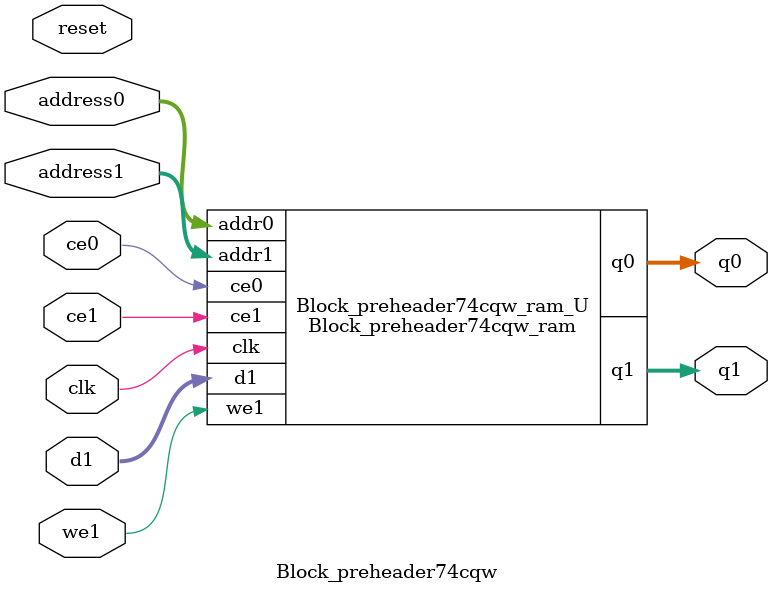
<source format=v>
`timescale 1 ns / 1 ps
module Block_preheader74cqw_ram (addr0, ce0, q0, addr1, ce1, d1, we1, q1,  clk);

parameter DWIDTH = 5;
parameter AWIDTH = 8;
parameter MEM_SIZE = 192;

input[AWIDTH-1:0] addr0;
input ce0;
output reg[DWIDTH-1:0] q0;
input[AWIDTH-1:0] addr1;
input ce1;
input[DWIDTH-1:0] d1;
input we1;
output reg[DWIDTH-1:0] q1;
input clk;

(* ram_style = "distributed" *)reg [DWIDTH-1:0] ram[0:MEM_SIZE-1];




always @(posedge clk)  
begin 
    if (ce0) begin
        q0 <= ram[addr0];
    end
end


always @(posedge clk)  
begin 
    if (ce1) begin
        if (we1) 
            ram[addr1] <= d1; 
        q1 <= ram[addr1];
    end
end


endmodule

`timescale 1 ns / 1 ps
module Block_preheader74cqw(
    reset,
    clk,
    address0,
    ce0,
    q0,
    address1,
    ce1,
    we1,
    d1,
    q1);

parameter DataWidth = 32'd5;
parameter AddressRange = 32'd192;
parameter AddressWidth = 32'd8;
input reset;
input clk;
input[AddressWidth - 1:0] address0;
input ce0;
output[DataWidth - 1:0] q0;
input[AddressWidth - 1:0] address1;
input ce1;
input we1;
input[DataWidth - 1:0] d1;
output[DataWidth - 1:0] q1;



Block_preheader74cqw_ram Block_preheader74cqw_ram_U(
    .clk( clk ),
    .addr0( address0 ),
    .ce0( ce0 ),
    .q0( q0 ),
    .addr1( address1 ),
    .ce1( ce1 ),
    .we1( we1 ),
    .d1( d1 ),
    .q1( q1 ));

endmodule


</source>
